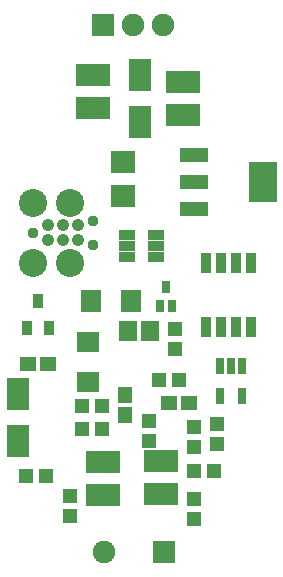
<source format=gbr>
G04 DipTrace 3.2.0.1*
G04 TopMask.gbr*
%MOIN*%
G04 #@! TF.FileFunction,Soldermask,Top*
G04 #@! TF.Part,Single*
%AMOUTLINE1*
4,1,4,
-0.025654,-0.023685,
-0.025654,0.023685,
0.025654,0.023685,
0.025654,-0.023685,
-0.025654,-0.023685,
0*%
%AMOUTLINE4*
4,1,4,
0.039433,-0.035496,
-0.039433,-0.035496,
-0.039433,0.035496,
0.039433,0.035496,
0.039433,-0.035496,
0*%
%AMOUTLINE7*
4,1,4,
0.037465,0.053213,
0.037465,-0.053213,
-0.037465,-0.053213,
-0.037465,0.053213,
0.037465,0.053213,
0*%
%AMOUTLINE10*
4,1,4,
0.016795,-0.024669,
-0.016795,-0.024669,
-0.016795,0.024669,
0.016795,0.024669,
0.016795,-0.024669,
0*%
%AMOUTLINE13*
4,1,4,
-0.037465,-0.053213,
-0.037465,0.053213,
0.037465,0.053213,
0.037465,-0.053213,
-0.037465,-0.053213,
0*%
%AMOUTLINE16*
4,1,4,
0.033921,-0.037071,
-0.033921,-0.037071,
-0.033921,0.037071,
0.033921,0.037071,
0.033921,-0.037071,
0*%
%AMOUTLINE19*
4,1,4,
0.05715,-0.035496,
-0.05715,-0.035496,
-0.05715,0.035496,
0.05715,0.035496,
0.05715,-0.035496,
0*%
%AMOUTLINE22*
4,1,4,
-0.05715,0.035496,
0.05715,0.035496,
0.05715,-0.035496,
-0.05715,-0.035496,
-0.05715,0.035496,
0*%
%AMOUTLINE25*
4,1,4,
0.023685,-0.025654,
-0.023685,-0.025654,
-0.023685,0.025654,
0.023685,0.025654,
0.023685,-0.025654,
0*%
%AMOUTLINE28*
4,1,4,
0.027622,-0.015811,
-0.027622,-0.015811,
-0.027622,0.015811,
0.027622,0.015811,
0.027622,-0.015811,
0*%
%AMOUTLINE31*
4,1,36,
0.019515,0.0,
0.019219,0.003388,
0.018339,0.006675,
0.016901,0.009759,
0.01495,0.012544,
0.012544,0.01495,
0.009759,0.016901,
0.006675,0.018339,
0.003388,0.019219,
0.0,0.019515,
-0.003388,0.019219,
-0.006675,0.018339,
-0.009759,0.016901,
-0.012544,0.01495,
-0.01495,0.012544,
-0.016901,0.009759,
-0.018339,0.006675,
-0.019219,0.003388,
-0.019515,0.0,
-0.019219,-0.003388,
-0.018339,-0.006675,
-0.016901,-0.009759,
-0.01495,-0.012544,
-0.012544,-0.01495,
-0.009759,-0.016901,
-0.006675,-0.018339,
-0.003388,-0.019219,
0.0,-0.019515,
0.003388,-0.019219,
0.006675,-0.018339,
0.009759,-0.016901,
0.012544,-0.01495,
0.01495,-0.012544,
0.016901,-0.009759,
0.018339,-0.006675,
0.019219,-0.003388,
0.019515,0.0,
0*%
%AMOUTLINE34*
4,1,4,
0.046323,0.022701,
0.046323,-0.022701,
-0.046323,-0.022701,
-0.046323,0.022701,
0.046323,0.022701,
0*%
%AMOUTLINE37*
4,1,4,
0.046323,0.067976,
0.046323,-0.067976,
-0.046323,-0.067976,
-0.046323,0.067976,
0.046323,0.067976,
0*%
%ADD31C,0.0374*%
%ADD32C,0.0935*%
%ADD37R,0.027685X0.039496*%
%ADD39R,0.033591X0.068039*%
%ADD41R,0.031622X0.055244*%
%ADD43R,0.051307X0.04737*%
%ADD45R,0.059181X0.067055*%
%ADD47C,0.074929*%
%ADD49R,0.074929X0.074929*%
%ADD51R,0.074142X0.067843*%
%ADD53R,0.04737X0.051307*%
%ADD58OUTLINE1*%
%ADD61OUTLINE4*%
%ADD64OUTLINE7*%
%ADD67OUTLINE10*%
%ADD70OUTLINE13*%
%ADD73OUTLINE16*%
%ADD76OUTLINE19*%
%ADD79OUTLINE22*%
%ADD82OUTLINE25*%
%ADD85OUTLINE28*%
%ADD88OUTLINE31*%
%ADD91OUTLINE34*%
%ADD94OUTLINE37*%
%FSLAX26Y26*%
G04*
G70*
G90*
G75*
G01*
G04 TopMask*
%LPD*%
D58*
X1075465Y1315000D3*
X1008535D3*
D53*
X1092100Y1167835D3*
Y1234765D3*
X944000Y1256500D3*
Y1189571D3*
X1029700Y1562365D3*
Y1495435D3*
D61*
X856000Y2006882D3*
Y2117118D3*
D64*
X506000Y1187260D3*
Y1344740D3*
D67*
X534598Y1565724D3*
X609402D3*
X572000Y1656276D3*
D70*
X913000Y2250260D3*
Y2407740D3*
D51*
X738000Y1518929D3*
Y1385070D3*
D73*
X750071Y1656000D3*
X883930D3*
D76*
X982000Y1012882D3*
Y1123118D3*
D79*
X788000Y1119118D3*
Y1008882D3*
D76*
X756000Y2299882D3*
Y2410118D3*
D79*
X1056000Y2274882D3*
Y2385118D3*
D49*
X994000Y818533D3*
D47*
X794000D3*
D53*
X1092100Y929935D3*
Y996865D3*
X678700Y937735D3*
Y1004665D3*
D45*
X871398Y1556200D3*
X946202D3*
D82*
X863000Y1274535D3*
Y1341465D3*
D43*
X1160665Y1088200D3*
X1093735D3*
D53*
X1170100Y1179535D3*
Y1246465D3*
D43*
X976735Y1392400D3*
X1043665D3*
D58*
X606465Y1444000D3*
X539535D3*
D43*
X786265Y1306600D3*
X719335D3*
Y1228600D3*
X786265D3*
X532135Y1072600D3*
X599065D3*
D85*
X967213Y1801598D3*
Y1839000D3*
Y1876402D3*
X868787D3*
Y1839000D3*
Y1801598D3*
D41*
X1253402Y1437213D3*
X1216000D3*
X1178598D3*
Y1338787D3*
X1253402D3*
D39*
X1131500Y1569000D3*
X1181500D3*
X1231500D3*
X1281500D3*
Y1782543D3*
X1231500D3*
X1181500D3*
X1131500D3*
D49*
X788000Y2575000D3*
D47*
X888000D3*
X988000D3*
D88*
X606000Y1908000D3*
X656000D3*
X706000D3*
Y1858000D3*
X656000D3*
X606000D3*
D31*
X556000Y1883000D3*
X756000Y1923000D3*
Y1843000D3*
D32*
X556000Y1983000D3*
Y1783000D3*
X681000D3*
Y1983000D3*
D91*
X1093827Y2143551D3*
Y2053000D3*
Y1962449D3*
D94*
X1322173Y2053000D3*
D37*
X980857Y1637804D3*
X1020228D3*
X1000543Y1700796D3*
M02*

</source>
